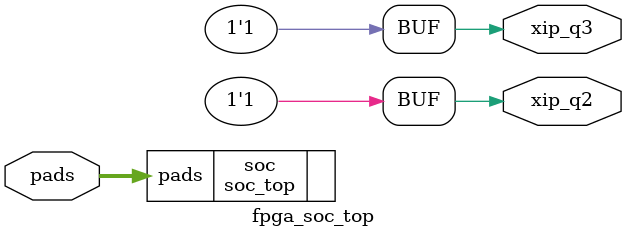
<source format=v>

module fpga_soc_top(
        inout[31:0] pads,

        output xip_q2,
        output xip_q3
    );

    soc_top #(
        .sysinfo(16'h0000)
    ) soc (
        .pads(pads)
    );

    // NeoRV32 does not support QSPI yet.
    // In normal SPI mode, xip_q2 is nWP and xip_q3 is nRESET
    assign xip_q2 = 1'b1;
    assign xip_q3 = 1'b1;

endmodule
</source>
